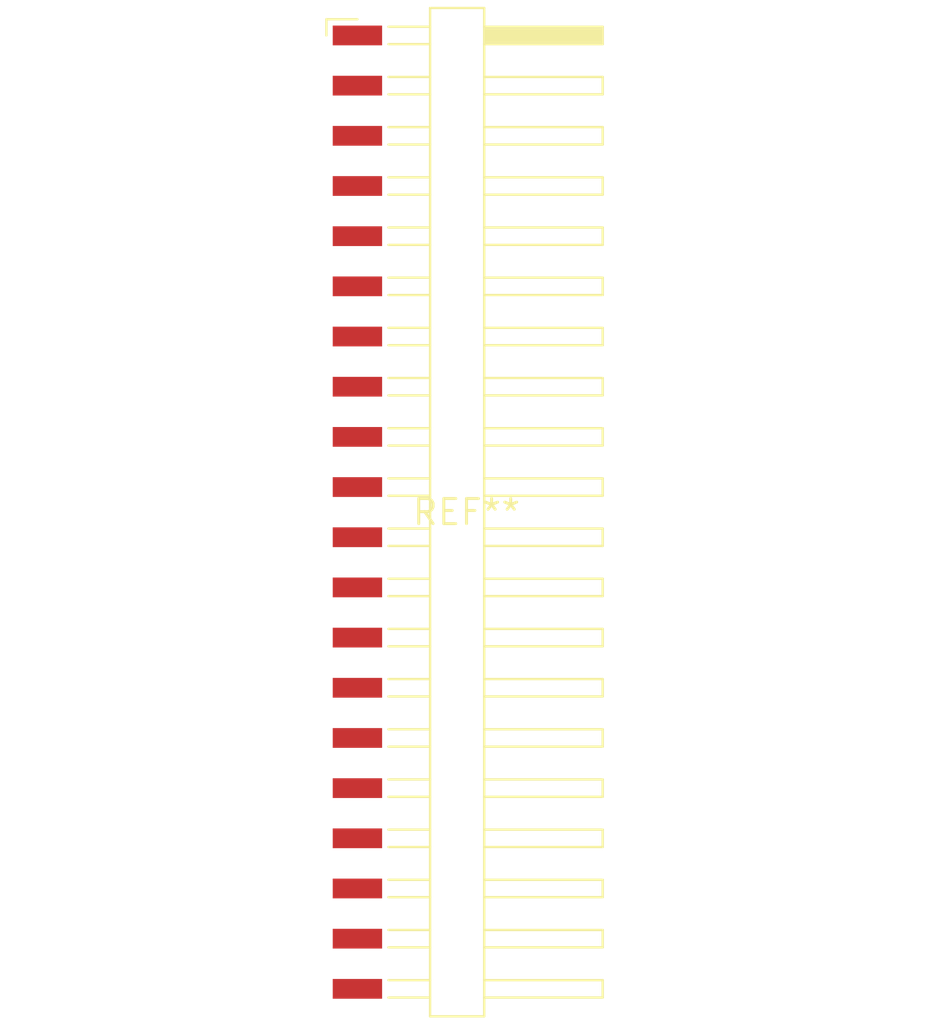
<source format=kicad_pcb>
(kicad_pcb (version 20240108) (generator pcbnew)
  (layers (0 "F.Cu" signal) (31 "B.Cu" signal) (34 "B.Paste" user) (35 "F.Paste" user) (36 "B.SilkS" user "B.Silkscreen") (37 "F.SilkS" user "F.Silkscreen") (38 "B.Mask" user) (39 "F.Mask" user) (44 "Edge.Cuts" user))
  (net 0 "")
  (footprint "Harwin_M20-89020xx_1x20_P2.54mm_Horizontal" (layer "F.Cu") (at 0 0)
    (property "Reference" "REF**")
    (property "Value" "Harwin_M20-89020xx_1x20_P2.54mm_Horizontal")
    (fp_line (start -7.095 -24.95) (end -5.525 -24.95) (layer "F.SilkS") (stroke (width 0.12)))
    (fp_line (start -7.095 -24.13) (end -7.095 -24.95) (layer "F.SilkS") (stroke (width 0.12)))
    (fp_line (start -3.955 -24.57) (end -1.845 -24.57) (layer "F.SilkS") (stroke (width 0.12)))
    (fp_line (start -3.955 -23.69) (end -1.845 -23.69) (layer "F.SilkS") (stroke (width 0.12)))
    (fp_line (start -3.955 -22.03) (end -1.845 -22.03) (layer "F.SilkS") (stroke (width 0.12)))
    (fp_line (start -3.955 -21.15) (end -1.845 -21.15) (layer "F.SilkS") (stroke (width 0.12)))
    (fp_line (start -3.955 -19.49) (end -1.845 -19.49) (layer "F.SilkS") (stroke (width 0.12)))
    (fp_line (start -3.955 -18.61) (end -1.845 -18.61) (layer "F.SilkS") (stroke (width 0.12)))
    (fp_line (start -3.955 -16.95) (end -1.845 -16.95) (layer "F.SilkS") (stroke (width 0.12)))
    (fp_line (start -3.955 -16.07) (end -1.845 -16.07) (layer "F.SilkS") (stroke (width 0.12)))
    (fp_line (start -3.955 -14.41) (end -1.845 -14.41) (layer "F.SilkS") (stroke (width 0.12)))
    (fp_line (start -3.955 -13.53) (end -1.845 -13.53) (layer "F.SilkS") (stroke (width 0.12)))
    (fp_line (start -3.955 -11.87) (end -1.845 -11.87) (layer "F.SilkS") (stroke (width 0.12)))
    (fp_line (start -3.955 -10.99) (end -1.845 -10.99) (layer "F.SilkS") (stroke (width 0.12)))
    (fp_line (start -3.955 -9.33) (end -1.845 -9.33) (layer "F.SilkS") (stroke (width 0.12)))
    (fp_line (start -3.955 -8.45) (end -1.845 -8.45) (layer "F.SilkS") (stroke (width 0.12)))
    (fp_line (start -3.955 -6.79) (end -1.845 -6.79) (layer "F.SilkS") (stroke (width 0.12)))
    (fp_line (start -3.955 -5.91) (end -1.845 -5.91) (layer "F.SilkS") (stroke (width 0.12)))
    (fp_line (start -3.955 -4.25) (end -1.845 -4.25) (layer "F.SilkS") (stroke (width 0.12)))
    (fp_line (start -3.955 -3.37) (end -1.845 -3.37) (layer "F.SilkS") (stroke (width 0.12)))
    (fp_line (start -3.955 -1.71) (end -1.845 -1.71) (layer "F.SilkS") (stroke (width 0.12)))
    (fp_line (start -3.955 -0.83) (end -1.845 -0.83) (layer "F.SilkS") (stroke (width 0.12)))
    (fp_line (start -3.955 0.83) (end -1.845 0.83) (layer "F.SilkS") (stroke (width 0.12)))
    (fp_line (start -3.955 1.71) (end -1.845 1.71) (layer "F.SilkS") (stroke (width 0.12)))
    (fp_line (start -3.955 3.37) (end -1.845 3.37) (layer "F.SilkS") (stroke (width 0.12)))
    (fp_line (start -3.955 4.25) (end -1.845 4.25) (layer "F.SilkS") (stroke (width 0.12)))
    (fp_line (start -3.955 5.91) (end -1.845 5.91) (layer "F.SilkS") (stroke (width 0.12)))
    (fp_line (start -3.955 6.79) (end -1.845 6.79) (layer "F.SilkS") (stroke (width 0.12)))
    (fp_line (start -3.955 8.45) (end -1.845 8.45) (layer "F.SilkS") (stroke (width 0.12)))
    (fp_line (start -3.955 9.33) (end -1.845 9.33) (layer "F.SilkS") (stroke (width 0.12)))
    (fp_line (start -3.955 10.99) (end -1.845 10.99) (layer "F.SilkS") (stroke (width 0.12)))
    (fp_line (start -3.955 11.87) (end -1.845 11.87) (layer "F.SilkS") (stroke (width 0.12)))
    (fp_line (start -3.955 13.53) (end -1.845 13.53) (layer "F.SilkS") (stroke (width 0.12)))
    (fp_line (start -3.955 14.41) (end -1.845 14.41) (layer "F.SilkS") (stroke (width 0.12)))
    (fp_line (start -3.955 16.07) (end -1.845 16.07) (layer "F.SilkS") (stroke (width 0.12)))
    (fp_line (start -3.955 16.95) (end -1.845 16.95) (layer "F.SilkS") (stroke (width 0.12)))
    (fp_line (start -3.955 18.61) (end -1.845 18.61) (layer "F.SilkS") (stroke (width 0.12)))
    (fp_line (start -3.955 19.49) (end -1.845 19.49) (layer "F.SilkS") (stroke (width 0.12)))
    (fp_line (start -3.955 21.15) (end -1.845 21.15) (layer "F.SilkS") (stroke (width 0.12)))
    (fp_line (start -3.955 22.03) (end -1.845 22.03) (layer "F.SilkS") (stroke (width 0.12)))
    (fp_line (start -3.955 23.69) (end -1.845 23.69) (layer "F.SilkS") (stroke (width 0.12)))
    (fp_line (start -3.955 24.57) (end -1.845 24.57) (layer "F.SilkS") (stroke (width 0.12)))
    (fp_line (start -1.845 -25.52) (end 0.895 -25.52) (layer "F.SilkS") (stroke (width 0.12)))
    (fp_line (start -1.845 25.52) (end -1.845 -25.52) (layer "F.SilkS") (stroke (width 0.12)))
    (fp_line (start 0.895 -25.52) (end 0.895 25.52) (layer "F.SilkS") (stroke (width 0.12)))
    (fp_line (start 0.895 -24.57) (end 6.895 -24.57) (layer "F.SilkS") (stroke (width 0.12)))
    (fp_line (start 0.895 -22.03) (end 6.895 -22.03) (layer "F.SilkS") (stroke (width 0.12)))
    (fp_line (start 0.895 -19.49) (end 6.895 -19.49) (layer "F.SilkS") (stroke (width 0.12)))
    (fp_line (start 0.895 -16.95) (end 6.895 -16.95) (layer "F.SilkS") (stroke (width 0.12)))
    (fp_line (start 0.895 -14.41) (end 6.895 -14.41) (layer "F.SilkS") (stroke (width 0.12)))
    (fp_line (start 0.895 -11.87) (end 6.895 -11.87) (layer "F.SilkS") (stroke (width 0.12)))
    (fp_line (start 0.895 -9.33) (end 6.895 -9.33) (layer "F.SilkS") (stroke (width 0.12)))
    (fp_line (start 0.895 -6.79) (end 6.895 -6.79) (layer "F.SilkS") (stroke (width 0.12)))
    (fp_line (start 0.895 -4.25) (end 6.895 -4.25) (layer "F.SilkS") (stroke (width 0.12)))
    (fp_line (start 0.895 -1.71) (end 6.895 -1.71) (layer "F.SilkS") (stroke (width 0.12)))
    (fp_line (start 0.895 0.83) (end 6.895 0.83) (layer "F.SilkS") (stroke (width 0.12)))
    (fp_line (start 0.895 3.37) (end 6.895 3.37) (layer "F.SilkS") (stroke (width 0.12)))
    (fp_line (start 0.895 5.91) (end 6.895 5.91) (layer "F.SilkS") (stroke (width 0.12)))
    (fp_line (start 0.895 8.45) (end 6.895 8.45) (layer "F.SilkS") (stroke (width 0.12)))
    (fp_line (start 0.895 10.99) (end 6.895 10.99) (layer "F.SilkS") (stroke (width 0.12)))
    (fp_line (start 0.895 13.53) (end 6.895 13.53) (layer "F.SilkS") (stroke (width 0.12)))
    (fp_line (start 0.895 16.07) (end 6.895 16.07) (layer "F.SilkS") (stroke (width 0.12)))
    (fp_line (start 0.895 18.61) (end 6.895 18.61) (layer "F.SilkS") (stroke (width 0.12)))
    (fp_line (start 0.895 21.15) (end 6.895 21.15) (layer "F.SilkS") (stroke (width 0.12)))
    (fp_line (start 0.895 23.69) (end 6.895 23.69) (layer "F.SilkS") (stroke (width 0.12)))
    (fp_line (start 0.895 25.52) (end -1.845 25.52) (layer "F.SilkS") (stroke (width 0.12)))
    (fp_line (start 6.895 -24.57) (end 6.895 -23.69) (layer "F.SilkS") (stroke (width 0.12)))
    (fp_line (start 6.895 -23.69) (end 0.895 -23.69) (layer "F.SilkS") (stroke (width 0.12)))
    (fp_line (start 6.895 -22.03) (end 6.895 -21.15) (layer "F.SilkS") (stroke (width 0.12)))
    (fp_line (start 6.895 -21.15) (end 0.895 -21.15) (layer "F.SilkS") (stroke (width 0.12)))
    (fp_line (start 6.895 -19.49) (end 6.895 -18.61) (layer "F.SilkS") (stroke (width 0.12)))
    (fp_line (start 6.895 -18.61) (end 0.895 -18.61) (layer "F.SilkS") (stroke (width 0.12)))
    (fp_line (start 6.895 -16.95) (end 6.895 -16.07) (layer "F.SilkS") (stroke (width 0.12)))
    (fp_line (start 6.895 -16.07) (end 0.895 -16.07) (layer "F.SilkS") (stroke (width 0.12)))
    (fp_line (start 6.895 -14.41) (end 6.895 -13.53) (layer "F.SilkS") (stroke (width 0.12)))
    (fp_line (start 6.895 -13.53) (end 0.895 -13.53) (layer "F.SilkS") (stroke (width 0.12)))
    (fp_line (start 6.895 -11.87) (end 6.895 -10.99) (layer "F.SilkS") (stroke (width 0.12)))
    (fp_line (start 6.895 -10.99) (end 0.895 -10.99) (layer "F.SilkS") (stroke (width 0.12)))
    (fp_line (start 6.895 -9.33) (end 6.895 -8.45) (layer "F.SilkS") (stroke (width 0.12)))
    (fp_line (start 6.895 -8.45) (end 0.895 -8.45) (layer "F.SilkS") (stroke (width 0.12)))
    (fp_line (start 6.895 -6.79) (end 6.895 -5.91) (layer "F.SilkS") (stroke (width 0.12)))
    (fp_line (start 6.895 -5.91) (end 0.895 -5.91) (layer "F.SilkS") (stroke (width 0.12)))
    (fp_line (start 6.895 -4.25) (end 6.895 -3.37) (layer "F.SilkS") (stroke (width 0.12)))
    (fp_line (start 6.895 -3.37) (end 0.895 -3.37) (layer "F.SilkS") (stroke (width 0.12)))
    (fp_line (start 6.895 -1.71) (end 6.895 -0.83) (layer "F.SilkS") (stroke (width 0.12)))
    (fp_line (start 6.895 -0.83) (end 0.895 -0.83) (layer "F.SilkS") (stroke (width 0.12)))
    (fp_line (start 6.895 0.83) (end 6.895 1.71) (layer "F.SilkS") (stroke (width 0.12)))
    (fp_line (start 6.895 1.71) (end 0.895 1.71) (layer "F.SilkS") (stroke (width 0.12)))
    (fp_line (start 6.895 3.37) (end 6.895 4.25) (layer "F.SilkS") (stroke (width 0.12)))
    (fp_line (start 6.895 4.25) (end 0.895 4.25) (layer "F.SilkS") (stroke (width 0.12)))
    (fp_line (start 6.895 5.91) (end 6.895 6.79) (layer "F.SilkS") (stroke (width 0.12)))
    (fp_line (start 6.895 6.79) (end 0.895 6.79) (layer "F.SilkS") (stroke (width 0.12)))
    (fp_line (start 6.895 8.45) (end 6.895 9.33) (layer "F.SilkS") (stroke (width 0.12)))
    (fp_line (start 6.895 9.33) (end 0.895 9.33) (layer "F.SilkS") (stroke (width 0.12)))
    (fp_line (start 6.895 10.99) (end 6.895 11.87) (layer "F.SilkS") (stroke (width 0.12)))
    (fp_line (start 6.895 11.87) (end 0.895 11.87) (layer "F.SilkS") (stroke (width 0.12)))
    (fp_line (start 6.895 13.53) (end 6.895 14.41) (layer "F.SilkS") (stroke (width 0.12)))
    (fp_line (start 6.895 14.41) (end 0.895 14.41) (layer "F.SilkS") (stroke (width 0.12)))
    (fp_line (start 6.895 16.07) (end 6.895 16.95) (layer "F.SilkS") (stroke (width 0.12)))
    (fp_line (start 6.895 16.95) (end 0.895 16.95) (layer "F.SilkS") (stroke (width 0.12)))
    (fp_line (start 6.895 18.61) (end 6.895 19.49) (layer "F.SilkS") (stroke (width 0.12)))
    (fp_line (start 6.895 19.49) (end 0.895 19.49) (layer "F.SilkS") (stroke (width 0.12)))
    (fp_line (start 6.895 21.15) (end 6.895 22.03) (layer "F.SilkS") (stroke (width 0.12)))
    (fp_line (start 6.895 22.03) (end 0.895 22.03) (layer "F.SilkS") (stroke (width 0.12)))
    (fp_line (start 6.895 23.69) (end 6.895 24.57) (layer "F.SilkS") (stroke (width 0.12)))
    (fp_line (start 6.895 24.57) (end 0.895 24.57) (layer "F.SilkS") (stroke (width 0.12)))
    (pad "" smd rect (at 3.895 -24.13) (size 6 0.76) (layers "F.SilkS"))
    (pad "1" smd rect (at -5.525 -24.13) (size 2.5 1) (layers "F.Cu" "F.Paste" "F.Mask"))
    (pad "2" smd rect (at -5.525 -21.59) (size 2.5 1) (layers "F.Cu" "F.Paste" "F.Mask"))
    (pad "3" smd rect (at -5.525 -19.05) (size 2.5 1) (layers "F.Cu" "F.Paste" "F.Mask"))
    (pad "4" smd rect (at -5.525 -16.51) (size 2.5 1) (layers "F.Cu" "F.Paste" "F.Mask"))
    (pad "5" smd rect (at -5.525 -13.97) (size 2.5 1) (layers "F.Cu" "F.Paste" "F.Mask"))
    (pad "6" smd rect (at -5.525 -11.43) (size 2.5 1) (layers "F.Cu" "F.Paste" "F.Mask"))
    (pad "7" smd rect (at -5.525 -8.89) (size 2.5 1) (layers "F.Cu" "F.Paste" "F.Mask"))
    (pad "8" smd rect (at -5.525 -6.35) (size 2.5 1) (layers "F.Cu" "F.Paste" "F.Mask"))
    (pad "9" smd rect (at -5.525 -3.81) (size 2.5 1) (layers "F.Cu" "F.Paste" "F.Mask"))
    (pad "10" smd rect (at -5.525 -1.27) (size 2.5 1) (layers "F.Cu" "F.Paste" "F.Mask"))
    (pad "11" smd rect (at -5.525 1.27) (size 2.5 1) (layers "F.Cu" "F.Paste" "F.Mask"))
    (pad "12" smd rect (at -5.525 3.81) (size 2.5 1) (layers "F.Cu" "F.Paste" "F.Mask"))
    (pad "13" smd rect (at -5.525 6.35) (size 2.5 1) (layers "F.Cu" "F.Paste" "F.Mask"))
    (pad "14" smd rect (at -5.525 8.89) (size 2.5 1) (layers "F.Cu" "F.Paste" "F.Mask"))
    (pad "15" smd rect (at -5.525 11.43) (size 2.5 1) (layers "F.Cu" "F.Paste" "F.Mask"))
    (pad "16" smd rect (at -5.525 13.97) (size 2.5 1) (layers "F.Cu" "F.Paste" "F.Mask"))
    (pad "17" smd rect (at -5.525 16.51) (size 2.5 1) (layers "F.Cu" "F.Paste" "F.Mask"))
    (pad "18" smd rect (at -5.525 19.05) (size 2.5 1) (layers "F.Cu" "F.Paste" "F.Mask"))
    (pad "19" smd rect (at -5.525 21.59) (size 2.5 1) (layers "F.Cu" "F.Paste" "F.Mask"))
    (pad "20" smd rect (at -5.525 24.13) (size 2.5 1) (layers "F.Cu" "F.Paste" "F.Mask"))
  )
)
</source>
